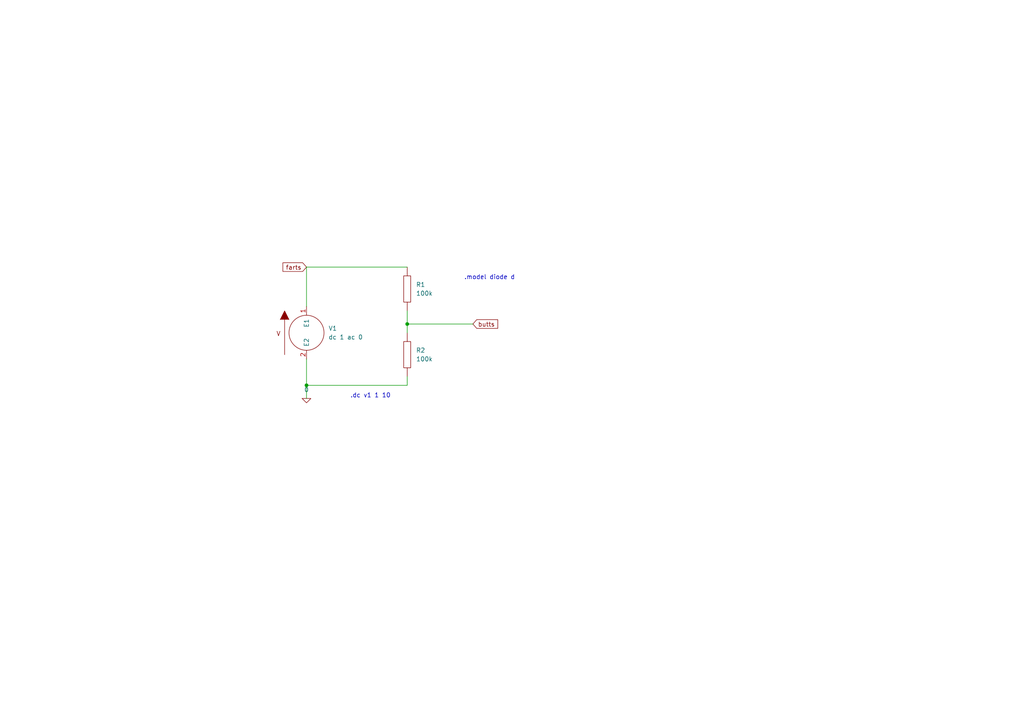
<source format=kicad_sch>
(kicad_sch (version 20211123) (generator eeschema)
  (paper "A4")
  (lib_symbols
    (symbol "pspice:0" (power) (pin_names (offset 0))
      (property "Value" "0" (at 0 -1.778 0))
      (symbol "0_0_1"
        (polyline (pts (xy -1.27 0) (xy 0 -1.27) (xy 1.27 0) (xy -1.27 0)))
      )
      (symbol "0_1_1"
        (pin power_in line (at 0 0 0) (length 0) hide (name "0") (number "1"))
      )
    )
    (symbol "pspice:R" (pin_numbers hide) (pin_names (offset 0))
      (property "Reference" "R" (at 2.032 0 90))
      (property "Value" "R" (at 0 0 90))
      (symbol "R_0_1"
        (rectangle (start -1.016 3.81) (end 1.016 -3.81))
      )
      (symbol "R_1_1"
        (pin passive line (at 0 6.35 270) (length 2.54) (name "~") (number "1"))
        (pin passive line (at 0 -6.35 90) (length 2.54) (name "~") (number "2"))
      )
    )
    (symbol "pspice:VSOURCE" (pin_names (offset 1.016))
      (property "Reference" "V" (at -6.35 7.62 0))
      (property "Value" "VSOURCE" (at 0 0 0))
      (symbol "VSOURCE_0_1"
        (polyline (pts (xy -6.35 -6.35) (xy -6.35 3.81)) (fill (type outline)))
        (polyline (pts (xy -7.62 3.81) (xy -6.35 6.35) (xy -5.08 3.81)) (fill (type outline)))
        (circle (center 0 0) (radius 5.08))
        (text "V" (at -8.128 -0.254 0) (effects (font (size 1.27 1.27))))
      )
      (symbol "VSOURCE_1_1"
        (pin input line (at 0 7.62 270) (length 2.54) (name "E1") (number "1"))
        (pin input line (at 0 -7.62 90) (length 2.54) (name "E2") (number "2"))
      )
    )
  )
  (junction (at 118.11 93.98))
  (junction (at 88.9 111.76))
  (wire (pts (xy 118.11 109.22) (xy 118.11 111.76)))
  (wire (pts (xy 118.11 93.98) (xy 118.11 96.52)))
  (wire (pts (xy 118.11 93.98) (xy 137.16 93.98)))
  (wire (pts (xy 118.11 77.47) (xy 88.9 77.47)))
  (wire (pts (xy 118.11 90.17) (xy 118.11 93.98)))
  (wire (pts (xy 88.9 111.76) (xy 118.11 111.76)))
  (wire (pts (xy 88.9 111.76) (xy 88.9 115.57)))
  (wire (pts (xy 88.9 104.14) (xy 88.9 111.76)))
  (wire (pts (xy 88.9 77.47) (xy 88.9 88.9)))
  (text ".dc v1 1 10\n" (at 101.6 115.57 0) (effects (font (size 1.27 1.27)) (justify left bottom)))
  (text ".model diode d" (at 134.62 81.28 0) (effects (font (size 1.27 1.27)) (justify left bottom)))
  (global_label "butts" (shape input) (at 137.16 93.98 0) (property "Intersheet References" "${INTERSHEET_REFS}" (effects hide)))
  (global_label "farts" (shape input) (at 88.9 77.47 180) (property "Intersheet References" "${INTERSHEET_REFS}" (effects hide)))
  (symbol (lib_id "pspice:VSOURCE") (at 88.9 96.52 0) (unit 1)
    (property "Reference" "V1" (at 95.25 95.2499 0) (effects (justify left)))
    (property "Value" "dc 1 ac 0" (at 95.25 97.7899 0) (effects (justify left)))
  )
  (symbol (lib_id "pspice:0") (at 88.9 115.57 0) (unit 1)
    (property "Reference" "#GND01" (effects hide))
    (property "Value" "0" (at 88.9 113.03 0))
  )
  (symbol (lib_id "pspice:R") (at 118.11 102.87 0) (unit 1)
    (property "Reference" "R2" (at 120.65 101.5999 0) (effects (justify left)))
    (property "Value" "100k" (at 120.65 104.1399 0) (effects (justify left)))
  )
  (symbol (lib_id "pspice:R") (at 118.11 83.82 0) (unit 1)
    (property "Reference" "R1" (at 120.65 82.5499 0) (effects (justify left)))
    (property "Value" "100k" (at 120.65 85.0899 0) (effects (justify left)))
  )
)
</source>
